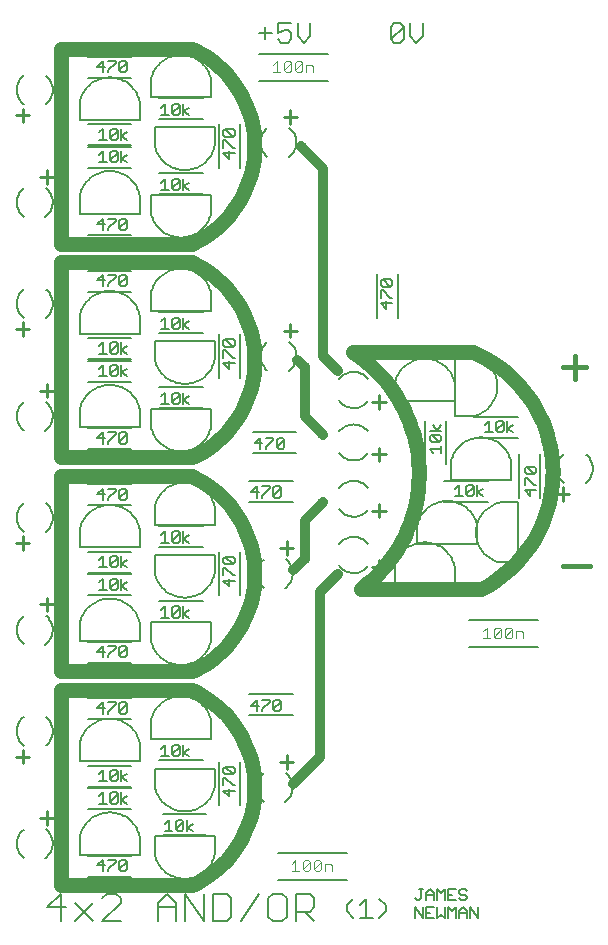
<source format=gto>
G04 Output by ViewMate Deluxe V11.0.9  PentaLogix LLC*
G04 Wed Mar 12 07:51:28 2014*
%FSLAX33Y33*%
%MOMM*%
%IPPOS*%
%ADD14C,0.8128*%
%ADD15C,0.4064*%
%ADD16C,0.127*%
%ADD17C,0.254*%
%ADD18C,0.1016*%
%ADD19C,0.127*%
%ADD107C,1.27*%
%ADD108C,0.1524*%
%ADD109C,0.2032*%

%LPD*%
X0Y0D2*D16*G1X22162Y55651D2*X17082Y55651D1*D14*X31369Y54381D2*X32639Y53111D1*X29464Y72161D2*X31369Y70256D1*X31369Y54381*X29146Y54064D2*X29782Y53429D1*X29782Y49301*X31369Y47714*X29782Y37236D2*X28829Y36284D1*X31369Y41999D2*X29782Y40411D1*X29782Y37236*X32639Y35966D2*X31052Y34379D1*X31052Y20409*X28829Y18186*D15*X51689Y36601D2*X53912Y36601D1*X52642Y54381D2*X52642Y52476D1*X51689Y53429D2*X53594Y53429D1*D16*X21844Y66510D2*X21808Y66355D1*X21763Y66205*X21709Y66055*X21646Y65910*X21575Y65771*X21493Y65634*X21405Y65502*X21308Y65377*X21206Y65258*X21095Y65146*X20978Y65039*X20853Y64940*X20724Y64851*X20589Y64767*X20450Y64694*X20305Y64628*X20157Y64572*X20008Y64524*X19853Y64486*X19698Y64458*X19540Y64437*X19383Y64427*X19225Y64427*X19068Y64437*X18910Y64458*X18755Y64486*X18600Y64524*X18451Y64572*X18303Y64628*X18158Y64694*X18019Y64767*X17884Y64851*X17755Y64940*X17630Y65039*X17513Y65146*X17402Y65258*X17300Y65377*X17203Y65502*X17115Y65634*X17033Y65771*X16962Y65910*X16899Y66055*X16845Y66205*X16800Y66355*X16764Y66510*X15812Y75908D2*X15776Y76063D1*X15730Y76213*X15677Y76363*X15613Y76507*X15542Y76647*X15461Y76784*X15372Y76916*X15276Y77041*X15174Y77160*X15062Y77272*X14945Y77379*X14821Y77478*X14691Y77567*X14557Y77650*X14417Y77724*X14272Y77790*X14125Y77846*X13975Y77894*X13820Y77932*X13665Y77960*X13508Y77981*X13350Y77991*X13193Y77991*X13035Y77981*X12878Y77960*X12723Y77932*X12568Y77894*X12418Y77846*X12271Y77790*X12126Y77724*X11986Y77650*X11852Y77567*X11722Y77478*X11598Y77379*X11481Y77272*X11369Y77160*X11267Y77041*X11171Y76916*X11082Y76784*X11001Y76647*X10930Y76507*X10866Y76363*X10813Y76213*X10767Y76063*X10732Y75908*X10732Y74384*X15812Y74384*X16764Y77813D2*X16800Y77968D1*X16845Y78118*X16899Y78268*X16962Y78412*X17033Y78552*X17115Y78689*X17203Y78821*X17300Y78946*X17402Y79065*X17513Y79177*X17630Y79284*X17755Y79383*X17884Y79472*X18019Y79555*X18158Y79629*X18303Y79695*X18451Y79751*X18600Y79799*X18755Y79837*X18910Y79865*X19068Y79886*X19225Y79896*X19383Y79896*X19540Y79886*X19698Y79865*X19853Y79837*X20008Y79799*X20157Y79751*X20305Y79695*X20450Y79629*X20589Y79555*X20724Y79472*X20853Y79383*X20978Y79284*X21095Y79177*X21206Y79065*X21308Y78946*X21405Y78821*X21493Y78689*X21575Y78552*X21646Y78412*X21709Y78268*X21763Y78118*X21808Y77968*X21844Y77813*X21844Y76289*X16764Y76289*X16764Y77813*X15812Y74384D2*X15812Y75908D1*X17082Y72225D2*X17117Y72070D1*X17163Y71920*X17216Y71770*X17280Y71625*X17351Y71486*X17432Y71349*X17521Y71217*X17617Y71092*X17719Y70973*X17831Y70861*X17948Y70754*X18072Y70655*X18202Y70566*X18336Y70482*X18476Y70409*X18621Y70343*X18768Y70287*X18918Y70239*X19073Y70201*X19228Y70173*X19385Y70152*X19543Y70142*X19700Y70142*X19858Y70152*X20015Y70173*X20170Y70201*X20325Y70239*X20475Y70287*X20622Y70343*X20767Y70409*X20907Y70482*X21041Y70566*X21171Y70655*X21295Y70754*X21412Y70861*X21524Y70973*X21626Y71092*X21722Y71217*X21811Y71349*X21892Y71486*X21963Y71625*X22027Y71770*X22080Y71920*X22126Y72070*X22162Y72225*X22162Y73749*X17082Y73749*X17082Y72225*X15812Y67970D2*X15776Y68125D1*X15730Y68275*X15677Y68425*X15613Y68570*X15542Y68710*X15461Y68847*X15372Y68979*X15276Y69103*X15174Y69223*X15062Y69334*X14945Y69441*X14821Y69540*X14691Y69629*X14557Y69713*X14417Y69786*X14272Y69853*X14125Y69908*X13975Y69957*X13820Y69995*X13665Y70023*X13508Y70043*X13350Y70053*X13193Y70053*X13035Y70043*X12878Y70023*X12723Y69995*X12568Y69957*X12418Y69908*X12271Y69853*X12126Y69786*X11986Y69713*X11852Y69629*X11722Y69540*X11598Y69441*X11481Y69334*X11369Y69223*X11267Y69103*X11171Y68979*X11082Y68847*X11001Y68710*X10930Y68570*X10866Y68425*X10813Y68275*X10767Y68125*X10732Y67970*X10732Y66446*X15812Y66446*X15812Y67970*X16764Y66510D2*X16764Y68034D1*X21844Y68034*X21844Y66510*X22162Y41618D2*X22126Y41773D1*X22080Y41923*X22027Y42073*X21963Y42217*X21892Y42357*X21811Y42494*X21722Y42626*X21626Y42751*X21524Y42870*X21412Y42982*X21295Y43089*X21171Y43188*X21041Y43277*X20907Y43360*X20767Y43434*X20622Y43500*X20475Y43556*X20325Y43604*X20170Y43642*X20015Y43670*X19858Y43691*X19700Y43701*X19543Y43701*X19385Y43691*X19228Y43670*X19073Y43642*X18918Y43604*X18768Y43556*X18621Y43500*X18476Y43434*X18336Y43360*X18202Y43277*X18072Y43188*X17948Y43089*X17831Y42982*X17719Y42870*X17617Y42751*X17521Y42626*X17432Y42494*X17351Y42357*X17280Y42217*X17216Y42073*X17163Y41923*X17117Y41773*X17082Y41618*X15812Y13678D2*X15776Y13833D1*X15730Y13983*X15677Y14133*X15613Y14277*X15542Y14417*X15461Y14554*X15372Y14686*X15276Y14811*X15174Y14930*X15062Y15042*X14945Y15149*X14821Y15248*X14691Y15337*X14557Y15420*X14417Y15494*X14272Y15560*X14125Y15616*X13975Y15664*X13820Y15702*X13665Y15730*X13508Y15751*X13350Y15761*X13193Y15761*X13035Y15751*X12878Y15730*X12723Y15702*X12568Y15664*X12418Y15616*X12271Y15560*X12126Y15494*X11986Y15420*X11852Y15337*X11722Y15248*X11598Y15149*X11481Y15042*X11369Y14930*X11267Y14811*X11171Y14686*X11082Y14554*X11001Y14417*X10930Y14277*X10866Y14133*X10813Y13983*X10767Y13833*X10732Y13678*X10732Y12154*X15812Y12154*X17082Y12217D2*X17117Y12062D1*X17163Y11913*X17216Y11763*X17280Y11618*X17351Y11478*X17432Y11341*X17521Y11209*X17617Y11085*X17719Y10965*X17831Y10853*X17948Y10747*X18072Y10648*X18202Y10559*X18336Y10475*X18476Y10401*X18621Y10335*X18768Y10279*X18918Y10231*X19073Y10193*X19228Y10165*X19385Y10145*X19543Y10135*X19700Y10135*X19858Y10145*X20015Y10165*X20170Y10193*X20325Y10231*X20475Y10279*X20622Y10335*X20767Y10401*X20907Y10475*X21041Y10559*X21171Y10648*X21295Y10747*X21412Y10853*X21524Y10965*X21626Y11085*X21722Y11209*X21811Y11341*X21892Y11478*X21963Y11618*X22027Y11763*X22080Y11913*X22126Y12062*X22162Y12217*X22162Y13741*X17082Y13741*X15812Y12154D2*X15812Y13678D1*X17082Y13741D2*X17082Y12217D1*X17082Y17932D2*X17117Y17777D1*X17163Y17628*X17216Y17478*X17280Y17333*X17351Y17193*X17432Y17056*X17521Y16924*X17617Y16800*X17719Y16680*X17831Y16568*X17948Y16462*X18072Y16363*X18202Y16274*X18336Y16190*X18476Y16116*X18621Y16050*X18768Y15994*X18918Y15946*X19073Y15908*X19228Y15880*X19385Y15860*X19543Y15850*X19700Y15850*X19858Y15860*X20015Y15880*X20170Y15908*X20325Y15946*X20475Y15994*X20622Y16050*X20767Y16116*X20907Y16190*X21041Y16274*X21171Y16363*X21295Y16462*X21412Y16568*X21524Y16680*X21626Y16800*X21722Y16924*X21811Y17056*X21892Y17193*X21963Y17333*X22027Y17478*X22080Y17628*X22126Y17777*X22162Y17932*X22162Y19456*X17082Y19456*X17082Y17932*X15812Y21615D2*X15776Y21770D1*X15730Y21920*X15677Y22070*X15613Y22215*X15542Y22355*X15461Y22492*X15372Y22624*X15276Y22748*X15174Y22868*X15062Y22979*X14945Y23086*X14821Y23185*X14691Y23274*X14557Y23358*X14417Y23432*X14272Y23498*X14125Y23553*X13975Y23602*X13820Y23640*X13665Y23668*X13508Y23688*X13350Y23698*X13193Y23698*X13035Y23688*X12878Y23668*X12723Y23640*X12568Y23602*X12418Y23553*X12271Y23498*X12126Y23432*X11986Y23358*X11852Y23274*X11722Y23185*X11598Y23086*X11481Y22979*X11369Y22868*X11267Y22748*X11171Y22624*X11082Y22492*X11001Y22355*X10930Y22215*X10866Y22070*X10813Y21920*X10767Y21770*X10732Y21615*X10732Y20091*X15812Y20091*X15812Y21615*X16764Y23520D2*X16800Y23675D1*X16845Y23825*X16899Y23975*X16962Y24120*X17033Y24260*X17115Y24397*X17203Y24529*X17300Y24653*X17402Y24773*X17513Y24884*X17630Y24991*X17755Y25090*X17884Y25179*X18019Y25263*X18158Y25336*X18303Y25403*X18451Y25458*X18600Y25507*X18755Y25545*X18910Y25573*X19068Y25593*X19225Y25603*X19383Y25603*X19540Y25593*X19698Y25573*X19853Y25545*X20008Y25507*X20157Y25458*X20305Y25403*X20450Y25336*X20589Y25263*X20724Y25179*X20853Y25090*X20978Y24991*X21095Y24884*X21206Y24773*X21308Y24653*X21405Y24529*X21493Y24397*X21575Y24260*X21646Y24120*X21709Y23975*X21763Y23825*X21808Y23675*X21844Y23520*X21844Y21996*X16764Y21996*X16764Y23520*X15812Y31775D2*X15776Y31930D1*X15730Y32080*X15677Y32230*X15613Y32375*X15542Y32515*X15461Y32652*X15372Y32784*X15276Y32908*X15174Y33028*X15062Y33139*X14945Y33246*X14821Y33345*X14691Y33434*X14557Y33518*X14417Y33592*X14272Y33658*X14125Y33713*X13975Y33762*X13820Y33800*X13665Y33828*X13508Y33848*X13350Y33858*X13193Y33858*X13035Y33848*X12878Y33828*X12723Y33800*X12568Y33762*X12418Y33713*X12271Y33658*X12126Y33592*X11986Y33518*X11852Y33434*X11722Y33345*X11598Y33246*X11481Y33139*X11369Y33028*X11267Y32908*X11171Y32784*X11082Y32652*X11001Y32515*X10930Y32375*X10866Y32230*X10813Y32080*X10767Y31930*X10732Y31775*X10732Y30251*X15812Y30251*X16764Y30315D2*X16800Y30160D1*X16845Y30010*X16899Y29860*X16962Y29715*X17033Y29576*X17115Y29439*X17203Y29307*X17300Y29182*X17402Y29063*X17513Y28951*X17630Y28844*X17755Y28745*X17884Y28656*X18019Y28572*X18158Y28499*X18303Y28433*X18451Y28377*X18600Y28329*X18755Y28291*X18910Y28263*X19068Y28242*X19225Y28232*X19383Y28232*X19540Y28242*X19698Y28263*X19853Y28291*X20008Y28329*X20157Y28377*X20305Y28433*X20450Y28499*X20589Y28572*X20724Y28656*X20853Y28745*X20978Y28844*X21095Y28951*X21206Y29063*X21308Y29182*X21405Y29307*X21493Y29439*X21575Y29576*X21646Y29715*X21709Y29860*X21763Y30010*X21808Y30160*X21844Y30315*X21844Y31839*X16764Y31839*X15812Y30251D2*X15812Y31775D1*X16764Y31839D2*X16764Y30315D1*X17082Y36030D2*X17117Y35875D1*X17163Y35725*X17216Y35575*X17280Y35430*X17351Y35291*X17432Y35154*X17521Y35022*X17617Y34897*X17719Y34778*X17831Y34666*X17948Y34559*X18072Y34460*X18202Y34371*X18336Y34287*X18476Y34214*X18621Y34148*X18768Y34092*X18918Y34044*X19073Y34006*X19228Y33978*X19385Y33957*X19543Y33947*X19700Y33947*X19858Y33957*X20015Y33978*X20170Y34006*X20325Y34044*X20475Y34092*X20622Y34148*X20767Y34214*X20907Y34287*X21041Y34371*X21171Y34460*X21295Y34559*X21412Y34666*X21524Y34778*X21626Y34897*X21722Y35022*X21811Y35154*X21892Y35291*X21963Y35430*X22027Y35575*X22080Y35725*X22126Y35875*X22162Y36030*X22162Y37554*X17082Y37554*X17082Y36030*X15812Y39713D2*X15776Y39868D1*X15730Y40018*X15677Y40168*X15613Y40312*X15542Y40452*X15461Y40589*X15372Y40721*X15276Y40846*X15174Y40965*X15062Y41077*X14945Y41184*X14821Y41283*X14691Y41372*X14557Y41455*X14417Y41529*X14272Y41595*X14125Y41651*X13975Y41699*X13820Y41737*X13665Y41765*X13508Y41786*X13350Y41796*X13193Y41796*X13035Y41786*X12878Y41765*X12723Y41737*X12568Y41699*X12418Y41651*X12271Y41595*X12126Y41529*X11986Y41455*X11852Y41372*X11722Y41283*X11598Y41184*X11481Y41077*X11369Y40965*X11267Y40846*X11171Y40721*X11082Y40589*X11001Y40452*X10930Y40312*X10866Y40168*X10813Y40018*X10767Y39868*X10732Y39713*X10732Y38189*X15812Y38189*X15812Y39713*X17082Y41618D2*X17082Y40094D1*X22162Y40094*X22162Y41618*X21844Y48412D2*X21808Y48257D1*X21763Y48108*X21709Y47958*X21646Y47813*X21575Y47673*X21493Y47536*X21405Y47404*X21308Y47280*X21206Y47160*X21095Y47048*X20978Y46942*X20853Y46843*X20724Y46754*X20589Y46670*X20450Y46596*X20305Y46530*X20157Y46474*X20008Y46426*X19853Y46388*X19698Y46360*X19540Y46340*X19383Y46330*X19225Y46330*X19068Y46340*X18910Y46360*X18755Y46388*X18600Y46426*X18451Y46474*X18303Y46530*X18158Y46596*X18019Y46670*X17884Y46754*X17755Y46843*X17630Y46942*X17513Y47048*X17402Y47160*X17300Y47280*X17203Y47404*X17115Y47536*X17033Y47673*X16962Y47813*X16899Y47958*X16845Y48108*X16800Y48257*X16764Y48412*X15812Y49873D2*X15776Y50028D1*X15730Y50178*X15677Y50328*X15613Y50472*X15542Y50612*X15461Y50749*X15372Y50881*X15276Y51006*X15174Y51125*X15062Y51237*X14945Y51344*X14821Y51443*X14691Y51532*X14557Y51615*X14417Y51689*X14272Y51755*X14125Y51811*X13975Y51859*X13820Y51897*X13665Y51925*X13508Y51946*X13350Y51956*X13193Y51956*X13035Y51946*X12878Y51925*X12723Y51897*X12568Y51859*X12418Y51811*X12271Y51755*X12126Y51689*X11986Y51615*X11852Y51532*X11722Y51443*X11598Y51344*X11481Y51237*X11369Y51125*X11267Y51006*X11171Y50881*X11082Y50749*X11001Y50612*X10930Y50472*X10866Y50328*X10813Y50178*X10767Y50028*X10732Y49873*X10732Y48349*X15812Y48349*X15812Y49873*X16764Y48412D2*X16764Y49936D1*X21844Y49936*X21844Y48412*X22162Y54127D2*X22126Y53972D1*X22080Y53823*X22027Y53673*X21963Y53528*X21892Y53388*X21811Y53251*X21722Y53119*X21626Y52995*X21524Y52875*X21412Y52763*X21295Y52657*X21171Y52558*X21041Y52469*X20907Y52385*X20767Y52311*X20622Y52245*X20475Y52189*X20325Y52141*X20170Y52103*X20015Y52075*X19858Y52055*X19700Y52045*X19543Y52045*X19385Y52055*X19228Y52075*X19073Y52103*X18918Y52141*X18768Y52189*X18621Y52245*X18476Y52311*X18336Y52385*X18202Y52469*X18072Y52558*X17948Y52657*X17831Y52763*X17719Y52875*X17617Y52995*X17521Y53119*X17432Y53251*X17351Y53388*X17280Y53528*X17216Y53673*X17163Y53823*X17117Y53972*X17082Y54127*X15812Y57810D2*X15776Y57965D1*X15730Y58115*X15677Y58265*X15613Y58410*X15542Y58550*X15461Y58687*X15372Y58819*X15276Y58943*X15174Y59063*X15062Y59174*X14945Y59281*X14821Y59380*X14691Y59469*X14557Y59553*X14417Y59626*X14272Y59693*X14125Y59748*X13975Y59797*X13820Y59835*X13665Y59863*X13508Y59883*X13350Y59893*X13193Y59893*X13035Y59883*X12878Y59863*X12723Y59835*X12568Y59797*X12418Y59748*X12271Y59693*X12126Y59626*X11986Y59553*X11852Y59469*X11722Y59380*X11598Y59281*X11481Y59174*X11369Y59063*X11267Y58943*X11171Y58819*X11082Y58687*X11001Y58550*X10930Y58410*X10866Y58265*X10813Y58115*X10767Y57965*X10732Y57810*X10732Y56286*X15812Y56286*X16764Y59715D2*X16800Y59870D1*X16845Y60020*X16899Y60170*X16962Y60315*X17033Y60455*X17115Y60592*X17203Y60724*X17300Y60848*X17402Y60968*X17513Y61079*X17630Y61186*X17755Y61285*X17884Y61374*X18019Y61458*X18158Y61532*X18303Y61598*X18451Y61653*X18600Y61702*X18755Y61740*X18910Y61768*X19068Y61788*X19225Y61798*X19383Y61798*X19540Y61788*X19698Y61768*X19853Y61740*X20008Y61702*X20157Y61653*X20305Y61598*X20450Y61532*X20589Y61458*X20724Y61374*X20853Y61285*X20978Y61186*X21095Y61079*X21206Y60968*X21308Y60848*X21405Y60724*X21493Y60592*X21575Y60455*X21646Y60315*X21709Y60170*X21763Y60020*X21808Y59870*X21844Y59715*X21844Y58191*X16764Y58191*X16764Y59715*X15812Y56286D2*X15812Y57810D1*X17082Y55651D2*X17082Y54127D1*X22162Y54127D2*X22162Y55651D1*X42482Y52095D2*X42446Y52250D1*X42400Y52400*X42347Y52550*X42283Y52695*X42212Y52835*X42131Y52972*X42042Y53104*X41946Y53228*X41844Y53348*X41732Y53459*X41615Y53566*X41491Y53665*X41361Y53754*X41227Y53838*X41087Y53912*X40942Y53978*X40795Y54033*X40645Y54082*X40490Y54120*X40335Y54148*X40178Y54168*X40020Y54178*X39863Y54178*X39705Y54168*X39548Y54148*X39393Y54120*X39238Y54082*X39088Y54033*X38941Y53978*X38796Y53912*X38656Y53838*X38522Y53754*X38392Y53665*X38268Y53566*X38151Y53459*X38039Y53348*X37937Y53228*X37841Y53104*X37752Y52972*X37671Y52835*X37600Y52695*X37536Y52550*X37483Y52400*X37437Y52250*X37402Y52095*X37402Y50571*X42482Y50571*X42482Y52095*X44006Y49301D2*X44160Y49337D1*X44310Y49383*X44460Y49436*X44605Y49500*X44745Y49571*X44882Y49652*X45014Y49741*X45138Y49837*X45258Y49939*X45369Y50051*X45476Y50168*X45575Y50292*X45664Y50422*X45748Y50556*X45822Y50696*X45888Y50841*X45944Y50988*X45992Y51138*X46030Y51293*X46058Y51448*X46078Y51605*X46088Y51763*X46088Y51920*X46078Y52078*X46058Y52235*X46030Y52390*X45992Y52545*X45944Y52695*X45888Y52842*X45822Y52987*X45748Y53127*X45664Y53261*X45575Y53391*X45476Y53515*X45369Y53632*X45258Y53744*X45138Y53845*X45014Y53942*X44882Y54031*X44745Y54112*X44605Y54183*X44460Y54247*X44310Y54300*X44160Y54346*X44006Y54381*X42482Y54381*X42482Y49301*X44006Y49301*X42164Y45428D2*X42200Y45583D1*X42245Y45733*X42299Y45883*X42362Y46027*X42433Y46167*X42515Y46304*X42603Y46436*X42700Y46561*X42802Y46680*X42913Y46792*X43030Y46899*X43155Y46998*X43284Y47087*X43419Y47170*X43558Y47244*X43703Y47310*X43851Y47366*X44000Y47414*X44155Y47452*X44310Y47480*X44468Y47501*X44625Y47511*X44783Y47511*X44940Y47501*X45098Y47480*X45253Y47452*X45408Y47414*X45557Y47366*X45705Y47310*X45850Y47244*X45989Y47170*X46124Y47087*X46253Y46998*X46378Y46899*X46495Y46792*X46606Y46680*X46708Y46561*X46805Y46436*X46893Y46304*X46975Y46167*X47046Y46027*X47109Y45883*X47163Y45733*X47208Y45583*X47244Y45428*X47244Y43904*X42164Y43904*X42164Y45428*X42482Y36538D2*X42446Y36693D1*X42400Y36843*X42347Y36993*X42283Y37137*X42212Y37277*X42131Y37414*X42042Y37546*X41946Y37671*X41844Y37790*X41732Y37902*X41615Y38009*X41491Y38108*X41361Y38197*X41227Y38280*X41087Y38354*X40942Y38420*X40795Y38476*X40645Y38524*X40490Y38562*X40335Y38590*X40178Y38611*X40020Y38621*X39863Y38621*X39705Y38611*X39548Y38590*X39393Y38562*X39238Y38524*X39088Y38476*X38941Y38420*X38796Y38354*X38656Y38280*X38522Y38197*X38392Y38108*X38268Y38009*X38151Y37902*X38039Y37790*X37937Y37671*X37841Y37546*X37752Y37414*X37671Y37277*X37600Y37137*X37536Y36993*X37483Y36843*X37437Y36693*X37402Y36538*X39306Y40030D2*X39342Y40185D1*X39388Y40335*X39441Y40485*X39505Y40630*X39576Y40770*X39657Y40907*X39746Y41039*X39842Y41163*X39944Y41283*X40056Y41394*X40173Y41501*X40297Y41600*X40427Y41689*X40561Y41773*X40701Y41846*X40846Y41913*X40993Y41968*X41143Y42017*X41298Y42055*X41453Y42083*X41610Y42103*X41768Y42113*X41925Y42113*X42083Y42103*X42240Y42083*X42395Y42055*X42550Y42017*X42700Y41968*X42847Y41913*X42992Y41846*X43132Y41773*X43266Y41689*X43396Y41600*X43520Y41501*X43637Y41394*X43749Y41283*X43851Y41163*X43947Y41039*X44036Y40907*X44117Y40770*X44188Y40630*X44252Y40485*X44305Y40335*X44351Y40185*X44386Y40030*X42482Y36538D2*X42482Y35014D1*X37402Y35014*X37402Y36538*X39306Y40030D2*X39306Y38506D1*X44386Y38506*X44386Y40030*X47879Y36919D2*X47879Y41999D1*X46355Y41999*X46200Y41963*X46050Y41918*X45900Y41864*X45756Y41801*X45616Y41730*X45479Y41648*X45347Y41559*X45222Y41463*X45103Y41361*X44991Y41250*X44884Y41133*X44785Y41008*X44696Y40879*X44613Y40744*X44539Y40604*X44473Y40460*X44417Y40312*X44369Y40162*X44331Y40008*X44303Y39853*X44282Y39695*X44272Y39538*X44272Y39380*X44282Y39223*X44303Y39065*X44331Y38910*X44369Y38755*X44417Y38605*X44473Y38458*X44539Y38313*X44613Y38174*X44696Y38039*X44785Y37910*X44884Y37785*X44991Y37668*X45103Y37556*X45222Y37455*X45347Y37358*X45479Y37269*X45616Y37188*X45756Y37117*X45900Y37054*X46050Y37000*X46200Y36954*X46355Y36919*X47879Y36919*D17*X51626Y43269D2*X51626Y42126D1*X51054Y42697D2*X52197Y42697D1*X6477Y74765D2*X5334Y74765D1*X5906Y74193D2*X5906Y75336D1*X7366Y69558D2*X8509Y69558D1*X7938Y68986D2*X7938Y70129D1*X6477Y56667D2*X5334Y56667D1*X5906Y56096D2*X5906Y57239D1*X7366Y51460D2*X8509Y51460D1*X7938Y50889D2*X7938Y52032D1*X6477Y38570D2*X5334Y38570D1*X5906Y37998D2*X5906Y39141D1*X7366Y33363D2*X8509Y33363D1*X7938Y32791D2*X7938Y33934D1*X6477Y20472D2*X5334Y20472D1*X5906Y19901D2*X5906Y21044D1*X7938Y14694D2*X7938Y15837D1*X8509Y15265D2*X7366Y15265D1*X27686Y20028D2*X28829Y20028D1*X28258Y20599D2*X28258Y19456D1*X28258Y37554D2*X28258Y38697D1*X28829Y38125D2*X27686Y38125D1*X35496Y36538D2*X36640Y36538D1*X36068Y37109D2*X36068Y35966D1*X35496Y41300D2*X36640Y41300D1*X36068Y41872D2*X36068Y40729D1*X35496Y46063D2*X36640Y46063D1*X36068Y46634D2*X36068Y45491D1*X36068Y51079D2*X36068Y49936D1*X35496Y50508D2*X36640Y50508D1*X28004Y56540D2*X29146Y56540D1*X28575Y57112D2*X28575Y55969D1*X28575Y74066D2*X28575Y75209D1*X28004Y74638D2*X29146Y74638D1*D18*X27102Y79045D2*X27407Y79352D1*X27407Y78435*X27711Y78435D2*X27102Y78435D1*X28974Y79197D2*X28974Y78588D1*X29908Y78435D2*X29908Y79045D1*X30518Y78435D2*X30518Y78892D1*X30366Y79045*X29908Y79045*X29583Y79197D2*X29583Y78588D1*X29431Y78435*X29126Y78435*X28974Y78588*X29583Y79197*X29431Y79352*X29126Y79352*X28974Y79197*X28649Y79197D2*X28494Y79352D1*X28189Y79352*X28037Y79197*X28037Y78588*X28494Y78435D2*X28649Y78588D1*X28649Y79197*X28037Y78588*X28189Y78435*X28494Y78435*X28689Y11417D2*X28994Y11725D1*X28994Y10808*X29299Y10808D2*X28689Y10808D1*X29624Y10960D2*X29624Y11570D1*X29776Y11725*X30081Y11725*X30236Y11570*X30236Y10960D2*X30236Y11570D1*X29624Y10960*X29776Y10808*X30081Y10808*X30236Y10960*X30561Y10960D2*X30561Y11570D1*X30714Y11725*X31018Y11725*X31171Y11570*X31171Y10960*X31018Y10808*X30714Y10808*X30561Y10960*X31171Y11570*X31953Y11417D2*X31496Y11417D1*X31496Y10808*X32106Y10808D2*X32106Y11265D1*X31953Y11417*X44882Y31102D2*X45187Y31410D1*X45187Y30493*X45491Y30493D2*X44882Y30493D1*X45817Y30645D2*X45817Y31255D1*X45969Y31410*X46274Y31410*X46429Y31255*X46429Y30645D2*X46429Y31255D1*X45817Y30645*X45969Y30493*X46274Y30493*X46429Y30645*X48298Y30493D2*X48298Y30950D1*X48146Y31102*X47363Y31255D2*X47211Y31410D1*X46906Y31410*X46754Y31255*X46754Y30645*X47363Y30645D2*X47363Y31255D1*X46754Y30645*X46906Y30493*X47211Y30493*X47363Y30645*X47688Y30493D2*X47688Y31102D1*X48146Y31102*D19*X44407Y43487D2*X44407Y42545D1*X39129Y6794D2*X39129Y7737D1*X42870Y6794D2*X42870Y7422D1*X43185Y7737*X43498Y7264D2*X42870Y7264D1*X44435Y7737D2*X44435Y6794D1*X43807Y7737*X43807Y6794*X43498Y6794D2*X43498Y7422D1*X43185Y7737*X41935Y8788D2*X42248Y8788D1*X41001Y7737D2*X41001Y6794D1*X40063Y7264D2*X40378Y7264D1*X40691Y7737D2*X40063Y7737D1*X40063Y8788D2*X40691Y8788D1*X40063Y8318D2*X40063Y8946D1*X40378Y9261*X40691Y8946*X40691Y8318*X41001Y8318D2*X41001Y9261D1*X41313Y8946*X41628Y9261*X41628Y8318*X41935Y8318D2*X41935Y9261D1*X42563Y9261*X43498Y9103D2*X43343Y9261D1*X43028Y9261*X42870Y9103*X42870Y8946*X43028Y8788*X43343Y8788*X43498Y8633*X43498Y8476*X43343Y8318*X43028Y8318*X42870Y8476*X41935Y8318D2*X42563Y8318D1*X41935Y7737D2*X42248Y7422D1*X42563Y7737*X42563Y6794*X41935Y7737D2*X41935Y6794D1*X41628Y7737D2*X41628Y6794D1*X41313Y7109*X41001Y6794*X40691Y6794D2*X40063Y6794D1*X40063Y7737*X39756Y7737D2*X39756Y6794D1*X39129Y7737*X39129Y8476D2*X39286Y8318D1*X39444Y8318*X39599Y8476*X39599Y9261*X39444Y9261D2*X39756Y9261D1*X26810Y25105D2*X26810Y25263D1*X26182Y25263*X25875Y24790D2*X25248Y24790D1*X25718Y25263*X25718Y24320*X26182Y24320D2*X26182Y24478D1*X26810Y25105*X27120Y24478D2*X27120Y25105D1*X27275Y25263*X27589Y25263*X27747Y25105*X27747Y24478*X27589Y24320*X27275Y24320*X27120Y24478*X27747Y25105*X48580Y44107D2*X48425Y44107D1*X48425Y43482*X48895Y43172D2*X48895Y42545D1*X48425Y43015*X49365Y43015*X49365Y43482D2*X49207Y43482D1*X48580Y44107*X49207Y44417D2*X49365Y44574D1*X49365Y44887*X49207Y45044*X48580Y45044*X49207Y44417*X48580Y44417*X48425Y44574*X48425Y44887*X48580Y45044*X46012Y48100D2*X46012Y48727D1*X47417Y47942D2*X46947Y48257D1*X47417Y48570*X46947Y48885D2*X46947Y47942D1*X46639Y48727D2*X46639Y48100D1*X46482Y47942*X46167Y47942*X46012Y48100*X46639Y48727*X46482Y48885*X46167Y48885*X46012Y48727*X45075Y48570D2*X45390Y48885D1*X45390Y47942*X45075Y47942D2*X45702Y47942D1*X44877Y42545D2*X44407Y42860D1*X44877Y43172*X44099Y43330D2*X43942Y43487D1*X43627Y43487*X43472Y43330*X43472Y42702*X43627Y42545*X43942Y42545*X44099Y42702*X44099Y43330*X43472Y42702*X43162Y42545D2*X42535Y42545D1*X42850Y42545D2*X42850Y43487D1*X42535Y43172*X40673Y46182D2*X40361Y46495D1*X41300Y46495*X41300Y46810D2*X41300Y46182D1*X41143Y47117D2*X40516Y47117D1*X40361Y47274*X40361Y47587*X40516Y47744*X41143Y47744*X41300Y47587*X41300Y47274*X41143Y47117*X40516Y47744*X41300Y48052D2*X40361Y48052D1*X41300Y48522D2*X40988Y48052D1*X40673Y48522*X36388Y60907D2*X37015Y60907D1*X37173Y60749*X37173Y60437*X37015Y60279*X36388Y60907*X36233Y60749*X36233Y60437*X36388Y60279*X37015Y60279*X36703Y59035D2*X36703Y58407D1*X36233Y59345D2*X36233Y59969D1*X36388Y59969*X37015Y59345*X37173Y59345*X37173Y58877D2*X36233Y58877D1*X36703Y58407*X26810Y43203D2*X26810Y43360D1*X26182Y43360*X25875Y42888D2*X25248Y42888D1*X25718Y43360*X25718Y42418*X26182Y42418D2*X26182Y42575D1*X26810Y43203*X27120Y42575D2*X27120Y43203D1*X27275Y43360*X27589Y43360*X27747Y43203D2*X27747Y42575D1*X27589Y42418*X27275Y42418*X27120Y42575*X27747Y43203*X27589Y43360*X28064Y47330D2*X27907Y47488D1*X27592Y47488*X27437Y47330*X27437Y46703*X27592Y46546*X27907Y46546*X28064Y46703*X28064Y47330*X27437Y46703*X26035Y47488D2*X26035Y46546D1*X26500Y47488D2*X27127Y47488D1*X27127Y47330*X26500Y46703*X26500Y46546*X26192Y47015D2*X25565Y47015D1*X26035Y47488*X13780Y79207D2*X13780Y79365D1*X13152Y79365*X12845Y78892D2*X12217Y78892D1*X12687Y79365*X12687Y78422*X13152Y78422D2*X13152Y78580D1*X13780Y79207*X14717Y79207D2*X14559Y79365D1*X14244Y79365*X14089Y79207*X14089Y78580*X14559Y78422D2*X14717Y78580D1*X14717Y79207*X14089Y78580*X14244Y78422*X14559Y78422*X17628Y75430D2*X17940Y75745D1*X17940Y74803*X18255Y74803D2*X17628Y74803D1*X19190Y75588D2*X19032Y75745D1*X18720Y75745*X18562Y75588*X18562Y74960*X19190Y74960D2*X19190Y75588D1*X18562Y74960*X18720Y74803*X19032Y74803*X19190Y74960*X19500Y75745D2*X19500Y74803D1*X19969Y75430D2*X19500Y75118D1*X19969Y74803*X23053Y73607D2*X22898Y73449D1*X22898Y73137*X23053Y72979*X23680Y72979*X23838Y73137*X23838Y73449*X23680Y73607*X23053Y73607*X23680Y72979*X23838Y72045D2*X23680Y72045D1*X22898Y71577D2*X23838Y71577D1*X22898Y72045D2*X22898Y72669D1*X23053Y72669*X23680Y72045*X23368Y71735D2*X23368Y71107D1*X22898Y71577*X19969Y68453D2*X19500Y68768D1*X19969Y69080*X19500Y69395D2*X19500Y68453D1*X19190Y69238D2*X19032Y69395D1*X18720Y69395*X18562Y69238*X18562Y68610*X18720Y68453*X19032Y68453*X19190Y68610*X19190Y69238*X18562Y68610*X17628Y68453D2*X18255Y68453D1*X17940Y68453D2*X17940Y69395D1*X17628Y69080*X14714Y70802D2*X14244Y71117D1*X14714Y71430*X14714Y72708D2*X14244Y73022D1*X14714Y73335*X14244Y73650D2*X14244Y72708D1*X13937Y73492D2*X13780Y73650D1*X13465Y73650*X13310Y73492*X13310Y72865D2*X13465Y72708D1*X13780Y72708*X13937Y72865*X13937Y73492*X13310Y72865*X13310Y73492*X12372Y73335D2*X12687Y73650D1*X12687Y72708*X12372Y72708D2*X13000Y72708D1*X12372Y71430D2*X12687Y71745D1*X12687Y70802*X13000Y70802D2*X12372Y70802D1*X13310Y70960D2*X13310Y71587D1*X13465Y71745*X13780Y71745*X13937Y71587*X14244Y70802D2*X14244Y71745D1*X13780Y70802D2*X13937Y70960D1*X13937Y71587*X13310Y70960*X13465Y70802*X13780Y70802*X13780Y65872D2*X13780Y66030D1*X13152Y66030*X12845Y65557D2*X12217Y65557D1*X12687Y66030*X12687Y65088*X13152Y65088D2*X13152Y65245D1*X13780Y65872*X14717Y65872D2*X14559Y66030D1*X14244Y66030*X14089Y65872*X14089Y65245*X14244Y65088D2*X14559Y65088D1*X14717Y65245*X14717Y65872*X14089Y65245*X14244Y65088*X13780Y61110D2*X13780Y61267D1*X13152Y61267*X12845Y60795D2*X12217Y60795D1*X12687Y61267*X12687Y60325*X13152Y60325D2*X13152Y60482D1*X13780Y61110*X14717Y61110D2*X14559Y61267D1*X14244Y61267*X14089Y61110*X14089Y60482*X14559Y60325D2*X14717Y60482D1*X14717Y61110*X14089Y60482*X14244Y60325*X14559Y60325*X17628Y57333D2*X17940Y57648D1*X17940Y56706*X18255Y56706D2*X17628Y56706D1*X19190Y57490D2*X19032Y57648D1*X18720Y57648*X18562Y57490*X18562Y56863*X19190Y56863D2*X19190Y57490D1*X18562Y56863*X18720Y56706*X19032Y56706*X19190Y56863*X19500Y57648D2*X19500Y56706D1*X19969Y57333D2*X19500Y57020D1*X19969Y56706*X23053Y55827D2*X23680Y55827D1*X23838Y55669*X23838Y55357*X23680Y55199*X23053Y55827*X22898Y55669*X22898Y55357*X23053Y55199*X23680Y55199*X23838Y54265D2*X23680Y54265D1*X22898Y53797D2*X23838Y53797D1*X22898Y54265D2*X22898Y54889D1*X23053Y54889*X23680Y54265*X23368Y53955D2*X23368Y53327D1*X22898Y53797*X19969Y50983D2*X19500Y50670D1*X19969Y50356*X19500Y51298D2*X19500Y50356D1*X19190Y51140D2*X19032Y51298D1*X18720Y51298*X18562Y51140*X18562Y50513*X18720Y50356*X19032Y50356*X19190Y50513*X19190Y51140*X18562Y50513*X17628Y50356D2*X18255Y50356D1*X17940Y50356D2*X17940Y51298D1*X17628Y50983*X14714Y52705D2*X14244Y53020D1*X14714Y53332*X14714Y54610D2*X14244Y54925D1*X14714Y55237*X14244Y55552D2*X14244Y54610D1*X13937Y55395D2*X13780Y55552D1*X13465Y55552*X13310Y55395*X13310Y54767D2*X13465Y54610D1*X13780Y54610*X13937Y54767*X13937Y55395*X13310Y54767*X13310Y55395*X12372Y55237D2*X12687Y55552D1*X12687Y54610*X12372Y54610D2*X13000Y54610D1*X12372Y53332D2*X12687Y53647D1*X12687Y52705*X13000Y52705D2*X12372Y52705D1*X13310Y52862D2*X13310Y53490D1*X13465Y53647*X13780Y53647*X13937Y53490*X14244Y52705D2*X14244Y53647D1*X13780Y52705D2*X13937Y52862D1*X13937Y53490*X13310Y52862*X13465Y52705*X13780Y52705*X13780Y47775D2*X13780Y47932D1*X13152Y47932*X12845Y47460D2*X12217Y47460D1*X12687Y47932*X12687Y46990*X13152Y46990D2*X13152Y47147D1*X13780Y47775*X14717Y47775D2*X14559Y47932D1*X14244Y47932*X14089Y47775*X14089Y47147*X14244Y46990D2*X14559Y46990D1*X14717Y47147*X14717Y47775*X14089Y47147*X14244Y46990*X13780Y43012D2*X13780Y43170D1*X13152Y43170*X12845Y42697D2*X12217Y42697D1*X12687Y43170*X12687Y42228*X13152Y42228D2*X13152Y42385D1*X13780Y43012*X14717Y43012D2*X14559Y43170D1*X14244Y43170*X14089Y43012*X14089Y42385*X14559Y42228D2*X14717Y42385D1*X14717Y43012*X14089Y42385*X14244Y42228*X14559Y42228*X17628Y39235D2*X17940Y39550D1*X17940Y38608*X18255Y38608D2*X17628Y38608D1*X19190Y39393D2*X19032Y39550D1*X18720Y39550*X18562Y39393*X18562Y38765*X19190Y38765D2*X19190Y39393D1*X18562Y38765*X18720Y38608*X19032Y38608*X19190Y38765*X19500Y39550D2*X19500Y38608D1*X19969Y39235D2*X19500Y38923D1*X19969Y38608*X23053Y37412D2*X23680Y37412D1*X23838Y37254*X23838Y36942*X23680Y36784*X23053Y37412*X22898Y37254*X22898Y36942*X23053Y36784*X23680Y36784*X22898Y35382D2*X23838Y35382D1*X22898Y35850D2*X22898Y36474D1*X23053Y36474*X23680Y35850*X23838Y35850*X23368Y35540D2*X23368Y34912D1*X22898Y35382*X19969Y32885D2*X19500Y32573D1*X19969Y32258*X19500Y33200D2*X19500Y32258D1*X19190Y33043D2*X19032Y33200D1*X18720Y33200*X18562Y33043*X18562Y32415*X18720Y32258*X19032Y32258*X19190Y32415*X19190Y33043*X18562Y32415*X17628Y32258D2*X18255Y32258D1*X17940Y32258D2*X17940Y33200D1*X17628Y32885*X14714Y34608D2*X14244Y34922D1*X14714Y35235*X14714Y36512D2*X14244Y36827D1*X14714Y37140*X14244Y37455D2*X14244Y36512D1*X13937Y37297D2*X13780Y37455D1*X13465Y37455*X13310Y37297*X13310Y36670D2*X13465Y36512D1*X13780Y36512*X13937Y36670*X13937Y37297*X13310Y36670*X13310Y37297*X12372Y37140D2*X12687Y37455D1*X12687Y36512*X12372Y36512D2*X13000Y36512D1*X12372Y35235D2*X12687Y35550D1*X12687Y34608*X13000Y34608D2*X12372Y34608D1*X13310Y34765D2*X13310Y35392D1*X13465Y35550*X13780Y35550*X13937Y35392*X14244Y34608D2*X14244Y35550D1*X13780Y34608D2*X13937Y34765D1*X13937Y35392*X13310Y34765*X13465Y34608*X13780Y34608*X13780Y29677D2*X13780Y29835D1*X13152Y29835*X12845Y29362D2*X12217Y29362D1*X12687Y29835*X12687Y28892*X13152Y28892D2*X13152Y29050D1*X13780Y29677*X14717Y29677D2*X14559Y29835D1*X14244Y29835*X14089Y29677*X14089Y29050*X14244Y28892D2*X14559Y28892D1*X14717Y29050*X14717Y29677*X14089Y29050*X14244Y28892*X13780Y24915D2*X13780Y25072D1*X13152Y25072*X12845Y24600D2*X12217Y24600D1*X12687Y25072*X12687Y24130*X13152Y24130D2*X13152Y24287D1*X13780Y24915*X14717Y24915D2*X14559Y25072D1*X14244Y25072*X14089Y24915*X14089Y24287*X14559Y24130D2*X14717Y24287D1*X14717Y24915*X14089Y24287*X14244Y24130*X14559Y24130*X17945Y14788D2*X18258Y15103D1*X18258Y14160*X18572Y14160D2*X17945Y14160D1*X18880Y14318D2*X18880Y14945D1*X19037Y15103*X19350Y15103*X19507Y14945*X19507Y14318*X19350Y14160*X19037Y14160*X18880Y14318*X19507Y14945*X19817Y14160D2*X19817Y15103D1*X20287Y14160D2*X19817Y14475D1*X20287Y14788*X23053Y18694D2*X22898Y18694D1*X22898Y18070*X23368Y17760D2*X23368Y17132D1*X22898Y17602*X23838Y17602*X23838Y18070D2*X23680Y18070D1*X23053Y18694*X23680Y19004D2*X23053Y19004D1*X22898Y19162*X22898Y19474*X23053Y19632D2*X23680Y19632D1*X23838Y19474*X23838Y19162*X23680Y19004*X23053Y19632*X22898Y19474*X19969Y21138D2*X19500Y20825D1*X19969Y20510*X19500Y21453D2*X19500Y20510D1*X19190Y21295D2*X19032Y21453D1*X18720Y21453*X18562Y21295*X18562Y20668D2*X18720Y20510D1*X19032Y20510*X19190Y20668*X19190Y21295*X18562Y20668*X18562Y21295*X17628Y21138D2*X17940Y21453D1*X17940Y20510*X17628Y20510D2*X18255Y20510D1*X14714Y16510D2*X14244Y16825D1*X14714Y17137*X14714Y18415D2*X14244Y18730D1*X14714Y19042*X14244Y19357D2*X14244Y18415D1*X13937Y19200D2*X13780Y19357D1*X13465Y19357*X13310Y19200*X13310Y18572D2*X13465Y18415D1*X13780Y18415*X13937Y18572*X13937Y19200*X13310Y18572*X13310Y19200*X12372Y19042D2*X12687Y19357D1*X12687Y18415*X12372Y18415D2*X13000Y18415D1*X12372Y17137D2*X12687Y17452D1*X12687Y16510*X13000Y16510D2*X12372Y16510D1*X13310Y16667D2*X13310Y17295D1*X13465Y17452*X13780Y17452*X13937Y17295*X14244Y16510D2*X14244Y17452D1*X13780Y16510D2*X13937Y16667D1*X13937Y17295*X13310Y16667*X13465Y16510*X13780Y16510*X13780Y11580D2*X13780Y11737D1*X13152Y11737*X12845Y11265D2*X12217Y11265D1*X12687Y11737*X12687Y10795*X13152Y10795D2*X13152Y10952D1*X13780Y11580*X14717Y11580D2*X14559Y11737D1*X14244Y11737*X14089Y11580*X14089Y10952*X14559Y10795D2*X14717Y10952D1*X14717Y11580*X14089Y10952*X14244Y10795*X14559Y10795*D107*X44069Y54699D2*X33909Y54699D1*X44066Y54699D2*X44552Y54475D1*X45024Y54232*X45486Y53965*X45933Y53675*X46368Y53365*X46784Y53033*X47186Y52682*X47569Y52314*X47935Y51925*X48280Y51519*X48608Y51100*X48913Y50663*X49197Y50211*X49459Y49748*X49698Y49271*X49914Y48786*X50107Y48288*X50274Y47782*X50419Y47269*X50538Y46749*X50632Y46225*X50698Y45697*X50742Y45166*X50759Y44633*X50749Y44099*X50716Y43569*X50655Y43040*X50569Y42512*X50460Y41991*X50322Y41476*X50162Y40968*X49977Y40470*X49769Y39980*X49538Y39500*X49281Y39032*X49004Y38578*X48704Y38136*X48384Y37709*X48047Y37300*X47686Y36906*X47308Y36530*X46911Y36172*X46500Y35837*X46071Y35519*X45629Y35222*X45171Y34948*X44701Y34696*X44704Y34696D2*X34544Y34696D1*X35004Y35060*X35448Y35443*X35872Y35850*X36276Y36274*X36657Y36718*X37020Y37178*X37358Y37658*X37673Y38151*X37965Y38659*X38232Y39182*X38473Y39715*X38689Y40262*X38877Y40815*X39040Y41379*X39174Y41951*X39281Y42527*X39362Y43106*X39413Y43691*X39436Y44277*X39434Y44864*X39400Y45448*X39340Y46032*X39251Y46612*X39134Y47186*X38992Y47755*X38819Y48313*X38623Y48867*X38397Y49408*X38148Y49939*X37874Y50457*X37574Y50960*X37252Y51450*X36906Y51923*X36538Y52380*X36147Y52817*X35738Y53236*X35306Y53635*X34859Y54011*X34392Y54366*X33909Y54699*X9144Y63906D2*X9144Y80416D1*X20256Y80416*X20254Y80416D2*X20648Y80221D1*X21034Y80005*X21405Y79774*X21768Y79522*X22116Y79256*X22451Y78971*X22774Y78671*X23081Y78356*X23371Y78029*X23645Y77686*X23904Y77330*X24145Y76962*X24366Y76581*X24572Y76192*X24755Y75794*X24922Y75387*X25067Y74973*X25192Y74552*X25298Y74125*X25382Y73693*X25446Y73259*X25489Y72819*X25509Y72382*X25509Y71940*X25489Y71504*X25446Y71064*X25382Y70630*X25298Y70198*X25192Y69771*X25067Y69350*X24922Y68936*X24755Y68529*X24572Y68130*X24366Y67742*X24145Y67361*X23904Y66992*X23645Y66637*X23371Y66294*X23081Y65966*X22774Y65651*X22451Y65352*X22116Y65067*X21768Y64800*X21405Y64549*X21034Y64318*X20648Y64102*X20254Y63906*X9144Y63906D2*X20256Y63906D1*X9144Y45809D2*X9144Y62319D1*X20256Y62319*X20254Y62319D2*X20648Y62123D1*X21034Y61907*X21405Y61676*X21768Y61425*X22116Y61158*X22451Y60874*X22774Y60574*X23081Y60259*X23371Y59931*X23645Y59588*X23904Y59233*X24145Y58864*X24366Y58484*X24572Y58095*X24755Y57696*X24922Y57290*X25067Y56876*X25192Y56454*X25298Y56027*X25382Y55596*X25446Y55161*X25489Y54722*X25509Y54285*X25509Y53843*X25489Y53406*X25446Y52967*X25382Y52532*X25298Y52100*X25192Y51674*X25067Y51252*X24922Y50838*X24755Y50432*X24572Y50033*X24366Y49644*X24145Y49263*X23904Y48895*X23645Y48539*X23371Y48196*X23081Y47869*X22774Y47554*X22451Y47254*X22116Y46970*X21768Y46703*X21405Y46452*X21034Y46220*X20648Y46004*X20254Y45809*X9144Y45809D2*X20256Y45809D1*X9144Y27711D2*X9144Y44221D1*X20256Y44221*X20254Y44221D2*X20648Y44026D1*X21034Y43810*X21405Y43579*X21768Y43327*X22116Y43061*X22451Y42776*X22774Y42476*X23081Y42161*X23371Y41834*X23645Y41491*X23904Y41135*X24145Y40767*X24366Y40386*X24572Y39997*X24755Y39599*X24922Y39192*X25067Y38778*X25192Y38357*X25298Y37930*X25382Y37498*X25446Y37064*X25489Y36624*X25509Y36187*X25509Y35745*X25489Y35309*X25446Y34869*X25382Y34435*X25298Y34003*X25192Y33576*X25067Y33155*X24922Y32741*X24755Y32334*X24572Y31935*X24366Y31547*X24145Y31166*X23904Y30798*X23645Y30442*X23371Y30099*X23081Y29771*X22774Y29456*X22451Y29157*X22116Y28872*X21768Y28605*X21405Y28354*X21034Y28123*X20648Y27907*X20254Y27711*X9144Y27711D2*X20256Y27711D1*X9144Y9614D2*X9144Y26124D1*X20256Y26124*X20254Y26124D2*X20648Y25928D1*X21034Y25712*X21405Y25481*X21768Y25230*X22116Y24963*X22451Y24679*X22774Y24379*X23081Y24064*X23371Y23736*X23645Y23393*X23904Y23038*X24145Y22670*X24366Y22288*X24572Y21900*X24755Y21501*X24922Y21095*X25067Y20681*X25192Y20259*X25298Y19832*X25382Y19401*X25446Y18966*X25489Y18527*X25509Y18090*X25509Y17648*X25489Y17211*X25446Y16772*X25382Y16337*X25298Y15905*X25192Y15479*X25067Y15057*X24922Y14643*X24755Y14237*X24572Y13838*X24366Y13449*X24145Y13068*X23904Y12700*X23645Y12344*X23371Y12002*X23081Y11674*X22774Y11359*X22451Y11059*X22116Y10775*X21768Y10508*X21405Y10257*X21034Y10025*X20648Y9809*X20254Y9614*X9144Y9614D2*X20256Y9614D1*D108*X39781Y82565D2*X39781Y81481D1*X39240Y80937*X38697Y81481*X38697Y82565*X38146Y82293D2*X37874Y82565D1*X37333Y82565*X37061Y82293*X37061Y81209*X37333Y80937D2*X37874Y80937D1*X38146Y81209*X38146Y82293*X37061Y81209*X37333Y80937*X33909Y39078D2*X33795Y39073D1*X33678Y39060*X33566Y39040*X33454Y39009*X33345Y38969*X33238Y38923*X33137Y38867*X33040Y38806*X32949Y38738*X32860Y38661*X32781Y38578*X32705Y38489*X33909Y36030D2*X33790Y36035D1*X33668Y36050*X33551Y36073*X33434Y36106*X33322Y36147*X33210Y36200*X33106Y36258*X33007Y36325*X32913Y36401*X32824Y36485*X32743Y36573*X32669Y36667*X33909Y39078D2*X34023Y39073D1*X34140Y39060*X34252Y39040*X34364Y39009*X34473Y38969*X34580Y38923*X34681Y38867*X34778Y38806*X34869Y38738*X34958Y38661*X35037Y38578*X35113Y38489*X33909Y36030D2*X34026Y36035D1*X34143Y36048*X34260Y36071*X34374Y36101*X34483Y36142*X34590Y36190*X34694Y36248*X34793Y36312*X34884Y36383*X34973Y36462*X35055Y36548*X35128Y36640*X33909Y43840D2*X33795Y43835D1*X33678Y43823*X33566Y43802*X33454Y43772*X33345Y43731*X33238Y43685*X33137Y43630*X33040Y43569*X32949Y43500*X32860Y43424*X32781Y43340*X32705Y43251*X33909Y40792D2*X33790Y40797D1*X33668Y40813*X33551Y40836*X33434Y40869*X33322Y40909*X33210Y40963*X33106Y41021*X33007Y41087*X32913Y41163*X32824Y41247*X32743Y41336*X32669Y41430*X33909Y43840D2*X34023Y43835D1*X34140Y43823*X34252Y43802*X34364Y43772*X34473Y43731*X34580Y43685*X34681Y43630*X34778Y43569*X34869Y43500*X34958Y43424*X35037Y43340*X35113Y43251*X33909Y40792D2*X34026Y40797D1*X34143Y40810*X34260Y40833*X34374Y40864*X34483Y40904*X34590Y40952*X34694Y41011*X34793Y41074*X34884Y41145*X34973Y41224*X35055Y41311*X35128Y41402*X32705Y48014D2*X32781Y48103D1*X32860Y48186*X32949Y48263*X33040Y48331*X33137Y48392*X33238Y48448*X33345Y48494*X33454Y48534*X33566Y48565*X33678Y48585*X33795Y48598*X33909Y48603*X35128Y46164D2*X35055Y46073D1*X34973Y45987*X34884Y45908*X34793Y45837*X34694Y45773*X34590Y45715*X34483Y45667*X34374Y45626*X34260Y45596*X34143Y45573*X34026Y45560*X33909Y45555*X32669Y46192D2*X32743Y46098D1*X32824Y46010*X32913Y45926*X33007Y45850*X33106Y45784*X33210Y45725*X33322Y45672*X33434Y45631*X33551Y45598*X33668Y45575*X33790Y45560*X33909Y45555*X35113Y48014D2*X35037Y48103D1*X34958Y48186*X34869Y48263*X34778Y48331*X34681Y48392*X34580Y48448*X34473Y48494*X34364Y48534*X34252Y48565*X34140Y48585*X34023Y48598*X33909Y48603*X26624Y53177D2*X26535Y53254D1*X26452Y53332*X26375Y53421*X26307Y53513*X26246Y53609*X26190Y53711*X26144Y53818*X26104Y53927*X26073Y54038*X26053Y54150*X26040Y54267*X26035Y54381*X28473Y55601D2*X28565Y55527D1*X28651Y55446*X28730Y55357*X28801Y55265*X28865Y55166*X28923Y55062*X28971Y54955*X29012Y54846*X29042Y54732*X29065Y54615*X29078Y54498*X29083Y54381*X28445Y53142D2*X28539Y53216D1*X28628Y53297*X28712Y53386*X28788Y53480*X28854Y53579*X28913Y53683*X28966Y53795*X29007Y53906*X29040Y54023*X29063Y54140*X29078Y54262*X29083Y54381*X26624Y55585D2*X26535Y55509D1*X26452Y55430*X26375Y55342*X26307Y55250*X26246Y55154*X26190Y55052*X26144Y54945*X26104Y54836*X26073Y54724*X26053Y54613*X26040Y54496*X26035Y54381*X5987Y48097D2*X5898Y48174D1*X5814Y48252*X5738Y48341*X5669Y48433*X5608Y48529*X5552Y48631*X5507Y48738*X5466Y48847*X5436Y48958*X5415Y49070*X5403Y49187*X5398Y49301*X7836Y50521D2*X7927Y50447D1*X8014Y50366*X8092Y50277*X8164Y50185*X8227Y50086*X8285Y49982*X8334Y49875*X8374Y49766*X8405Y49652*X8428Y49535*X8440Y49418*X8446Y49301*X7808Y48062D2*X7902Y48136D1*X7991Y48217*X8075Y48306*X8151Y48400*X8217Y48499*X8275Y48603*X8329Y48715*X8369Y48826*X8402Y48943*X8425Y49060*X8440Y49182*X8446Y49301*X5987Y50505D2*X5898Y50429D1*X5814Y50350*X5738Y50262*X5669Y50170*X5608Y50074*X5552Y49972*X5507Y49865*X5466Y49756*X5436Y49644*X5415Y49533*X5403Y49416*X5398Y49301*X6007Y39510D2*X5916Y39583D1*X5829Y39665*X5751Y39754*X5679Y39845*X5616Y39944*X5558Y40048*X5509Y40155*X5469Y40264*X5438Y40378*X5415Y40495*X5403Y40612*X5398Y40729*X7856Y41933D2*X7945Y41857D1*X8029Y41778*X8105Y41689*X8174Y41598*X8235Y41501*X8291Y41399*X8336Y41293*X8377Y41184*X8407Y41072*X8428Y40960*X8440Y40843*X8446Y40729*X7856Y39525D2*X7945Y39601D1*X8029Y39680*X8105Y39769*X8174Y39860*X8235Y39957*X8291Y40058*X8336Y40165*X8377Y40274*X8407Y40386*X8428Y40498*X8440Y40615*X8446Y40729*X6035Y41968D2*X5941Y41895D1*X5852Y41813*X5768Y41725*X5692Y41631*X5626Y41532*X5568Y41427*X5514Y41316*X5474Y41204*X5441Y41087*X5418Y40970*X5403Y40848*X5398Y40729*X5987Y30000D2*X5898Y30076D1*X5814Y30155*X5738Y30244*X5669Y30335*X5608Y30432*X5552Y30533*X5507Y30640*X5466Y30749*X5436Y30861*X5415Y30973*X5403Y31090*X5398Y31204*X7836Y32423D2*X7927Y32349D1*X8014Y32268*X8092Y32179*X8164Y32088*X8227Y31989*X8285Y31885*X8334Y31778*X8374Y31669*X8405Y31554*X8428Y31438*X8440Y31321*X8446Y31204*X7808Y29964D2*X7902Y30038D1*X7991Y30119*X8075Y30208*X8151Y30302*X8217Y30401*X8275Y30505*X8329Y30617*X8369Y30729*X8402Y30846*X8425Y30963*X8440Y31085*X8446Y31204*X5987Y32408D2*X5898Y32332D1*X5814Y32253*X5738Y32164*X5669Y32073*X5608Y31976*X5552Y31874*X5507Y31768*X5466Y31659*X5436Y31547*X5415Y31435*X5403Y31318*X5398Y31204*X6007Y21412D2*X5916Y21486D1*X5829Y21567*X5751Y21656*X5679Y21747*X5616Y21847*X5558Y21951*X5509Y22057*X5469Y22167*X5438Y22281*X5415Y22398*X5403Y22515*X5398Y22631*X7856Y23835D2*X7945Y23759D1*X8029Y23680*X8105Y23592*X8174Y23500*X8235Y23404*X8291Y23302*X8336Y23195*X8377Y23086*X8407Y22974*X8428Y22863*X8440Y22746*X8446Y22631*X7856Y21427D2*X7945Y21504D1*X8029Y21582*X8105Y21671*X8174Y21763*X8235Y21859*X8291Y21961*X8336Y22068*X8377Y22177*X8407Y22288*X8428Y22400*X8440Y22517*X8446Y22631*X6035Y23871D2*X5941Y23797D1*X5852Y23716*X5768Y23627*X5692Y23533*X5626Y23434*X5568Y23330*X5514Y23218*X5474Y23106*X5441Y22990*X5418Y22873*X5403Y22751*X5398Y22631*X5987Y11902D2*X5898Y11979D1*X5814Y12057*X5738Y12146*X5669Y12238*X5608Y12334*X5552Y12436*X5507Y12543*X5466Y12652*X5436Y12764*X5415Y12875*X5403Y12992*X5398Y13106*X7836Y14326D2*X7927Y14252D1*X8014Y14171*X8092Y14082*X8164Y13990*X8227Y13891*X8285Y13787*X8334Y13680*X8374Y13571*X8405Y13457*X8428Y13340*X8440Y13223*X8446Y13106*X7808Y11867D2*X7902Y11941D1*X7991Y12022*X8075Y12111*X8151Y12205*X8217Y12304*X8275Y12408*X8329Y12520*X8369Y12631*X8402Y12748*X8425Y12865*X8440Y12987*X8446Y13106*X5987Y14310D2*X5898Y14234D1*X5814Y14155*X5738Y14067*X5669Y13975*X5608Y13879*X5552Y13777*X5507Y13670*X5466Y13561*X5436Y13449*X5415Y13338*X5403Y13221*X5398Y13106*X15113Y10312D2*X11430Y10312D1*X11430Y12090D2*X15113Y12090D1*X15113Y16027D2*X11430Y16027D1*X11430Y17805D2*X15113Y17805D1*X15113Y17932D2*X11430Y17932D1*X11430Y19710D2*X15113Y19710D1*X15113Y23647D2*X11430Y23647D1*X11430Y25425D2*X15113Y25425D1*X15113Y28410D2*X11430Y28410D1*X11430Y30188D2*X15113Y30188D1*X15113Y34125D2*X11430Y34125D1*X11430Y35903D2*X15113Y35903D1*X15113Y36030D2*X11430Y36030D1*X11430Y37808D2*X15113Y37808D1*X15113Y41745D2*X11430Y41745D1*X11430Y43523D2*X15113Y43523D1*X15113Y46507D2*X11430Y46507D1*X11430Y48285D2*X15113Y48285D1*X15113Y52222D2*X11430Y52222D1*X11430Y54000D2*X15113Y54000D1*X15113Y54127D2*X11430Y54127D1*X11430Y55905D2*X15113Y55905D1*X7856Y60030D2*X7945Y59954D1*X8029Y59875*X8105Y59787*X8174Y59695*X8235Y59599*X8291Y59497*X8336Y59390*X8377Y59281*X8407Y59169*X8428Y59058*X8440Y58941*X8446Y58826*X6007Y57607D2*X5916Y57681D1*X5829Y57762*X5751Y57851*X5679Y57942*X5616Y58042*X5558Y58146*X5509Y58252*X5469Y58362*X5438Y58476*X5415Y58593*X5403Y58710*X5398Y58826*X6035Y60066D2*X5941Y59992D1*X5852Y59911*X5768Y59822*X5692Y59728*X5626Y59629*X5568Y59525*X5514Y59413*X5474Y59301*X5441Y59185*X5418Y59068*X5403Y58946*X5398Y58826*X7856Y57622D2*X7945Y57699D1*X8029Y57777*X8105Y57866*X8174Y57958*X8235Y58054*X8291Y58156*X8336Y58263*X8377Y58372*X8407Y58484*X8428Y58595*X8440Y58712*X8446Y58826*X7836Y68618D2*X7927Y68544D1*X8014Y68463*X8092Y68374*X8164Y68283*X8227Y68184*X8285Y68080*X8334Y67973*X8374Y67864*X8405Y67749*X8428Y67633*X8440Y67516*X8446Y67399*X5987Y66195D2*X5898Y66271D1*X5814Y66350*X5738Y66439*X5669Y66530*X5608Y66627*X5552Y66728*X5507Y66835*X5466Y66944*X5436Y67056*X5415Y67168*X5403Y67285*X5398Y67399*X5987Y68603D2*X5898Y68527D1*X5814Y68448*X5738Y68359*X5669Y68268*X5608Y68171*X5552Y68069*X5507Y67963*X5466Y67854*X5436Y67742*X5415Y67630*X5403Y67513*X5398Y67399*X7808Y66159D2*X7902Y66233D1*X7991Y66314*X8075Y66403*X8151Y66497*X8217Y66596*X8275Y66700*X8329Y66812*X8369Y66924*X8402Y67041*X8425Y67158*X8440Y67280*X8446Y67399*X7856Y78128D2*X7945Y78052D1*X8029Y77973*X8105Y77884*X8174Y77793*X8235Y77696*X8291Y77594*X8336Y77488*X8377Y77379*X8407Y77267*X8428Y77155*X8440Y77038*X8446Y76924*X6007Y75705D2*X5916Y75778D1*X5829Y75860*X5751Y75949*X5679Y76040*X5616Y76139*X5558Y76243*X5509Y76350*X5469Y76459*X5438Y76573*X5415Y76690*X5403Y76807*X5398Y76924*X6035Y78163D2*X5941Y78090D1*X5852Y78008*X5768Y77920*X5692Y77826*X5626Y77727*X5568Y77622*X5514Y77511*X5474Y77399*X5441Y77282*X5418Y77165*X5403Y77043*X5398Y76924*X7856Y75720D2*X7945Y75796D1*X8029Y75875*X8105Y75964*X8174Y76055*X8235Y76152*X8291Y76253*X8336Y76360*X8377Y76469*X8407Y76581*X8428Y76693*X8440Y76810*X8446Y76924*X11430Y79718D2*X15113Y79718D1*X15113Y77940D2*X11430Y77940D1*X21146Y76225D2*X17462Y76225D1*X28473Y73698D2*X28565Y73624D1*X28651Y73543*X28730Y73454*X28801Y73363*X28865Y73264*X28923Y73160*X28971Y73053*X29012Y72944*X29042Y72829*X29065Y72713*X29078Y72596*X29083Y72479*X26624Y71275D2*X26535Y71351D1*X26452Y71430*X26375Y71519*X26307Y71610*X26246Y71707*X26190Y71808*X26144Y71915*X26104Y72024*X26073Y72136*X26053Y72248*X26040Y72365*X26035Y72479*X26624Y73683D2*X26535Y73607D1*X26452Y73528*X26375Y73439*X26307Y73348*X26246Y73251*X26190Y73149*X26144Y73043*X26104Y72934*X26073Y72822*X26053Y72710*X26040Y72593*X26035Y72479*X28445Y71239D2*X28539Y71313D1*X28628Y71394*X28712Y71483*X28788Y71577*X28854Y71676*X28913Y71780*X28966Y71892*X29007Y72004*X29040Y72121*X29063Y72238*X29078Y72360*X29083Y72479*X30256Y82565D2*X30256Y81481D1*X29715Y80937*X29172Y81481*X29172Y82565*X28621Y82565D2*X27536Y82565D1*X27536Y81750*X27536Y81209D2*X27808Y80937D1*X28349Y80937*X28621Y81209*X28621Y81750*X28349Y82022*X28077Y82022*X27536Y81750*X26982Y81750D2*X25898Y81750D1*X26441Y81209D2*X26441Y82293D1*X31750Y79972D2*X25908Y79972D1*X25908Y77686D2*X31750Y77686D1*X24320Y70320D2*X24320Y74003D1*X22542Y74003D2*X22542Y70320D1*X17462Y74447D2*X21146Y74447D1*X11430Y74003D2*X15113Y74003D1*X15113Y72225D2*X11430Y72225D1*X11430Y72098D2*X15113Y72098D1*X15113Y70320D2*X11430Y70320D1*X21146Y69875D2*X17462Y69875D1*X17462Y68097D2*X21146Y68097D1*X11430Y66383D2*X15113Y66383D1*X15113Y64605D2*X11430Y64605D1*X11430Y61620D2*X15113Y61620D1*X15113Y59842D2*X11430Y59842D1*X17462Y58128D2*X21146Y58128D1*X21146Y56350D2*X17462Y56350D1*X17462Y50000D2*X21146Y50000D1*X21146Y51778D2*X17462Y51778D1*X22542Y56223D2*X22542Y52540D1*X24320Y52540D2*X24320Y56223D1*X29083Y47968D2*X25400Y47968D1*X25400Y46190D2*X29083Y46190D1*X28766Y43840D2*X25082Y43840D1*X25082Y42062D2*X28766Y42062D1*X26307Y34762D2*X26218Y34839D1*X26134Y34917*X26058Y35006*X25989Y35098*X25928Y35194*X25872Y35296*X25827Y35403*X25786Y35512*X25756Y35624*X25735Y35735*X25723Y35852*X25718Y35966*X28156Y37186D2*X28247Y37112D1*X28334Y37031*X28412Y36942*X28484Y36850*X28547Y36751*X28605Y36647*X28654Y36540*X28694Y36431*X28725Y36317*X28748Y36200*X28760Y36083*X28766Y35966*X28128Y34727D2*X28222Y34801D1*X28311Y34882*X28395Y34971*X28471Y35065*X28537Y35164*X28595Y35268*X28649Y35380*X28689Y35491*X28722Y35608*X28745Y35725*X28760Y35847*X28766Y35966*X26307Y37170D2*X26218Y37094D1*X26134Y37015*X26058Y36927*X25989Y36835*X25928Y36739*X25872Y36637*X25827Y36530*X25786Y36421*X25756Y36309*X25735Y36198*X25723Y36081*X25718Y35966*X24320Y37808D2*X24320Y34125D1*X17462Y40030D2*X21146Y40030D1*X21146Y38252D2*X17462Y38252D1*X22542Y34125D2*X22542Y37808D1*X17462Y33680D2*X21146Y33680D1*X21146Y31902D2*X17462Y31902D1*X28766Y25743D2*X25082Y25743D1*X25082Y23965D2*X28766Y23965D1*X17462Y21933D2*X21146Y21933D1*X21146Y20155D2*X17462Y20155D1*X17780Y13805D2*X21463Y13805D1*X21463Y15583D2*X17780Y15583D1*X22542Y20028D2*X22542Y16345D1*X24320Y16345D2*X24320Y20028D1*X26307Y16665D2*X26218Y16741D1*X26134Y16820*X26058Y16909*X25989Y17000*X25928Y17097*X25872Y17198*X25827Y17305*X25786Y17414*X25756Y17526*X25735Y17638*X25723Y17755*X25718Y17869*X28156Y19088D2*X28247Y19014D1*X28334Y18933*X28412Y18844*X28484Y18753*X28547Y18654*X28605Y18550*X28654Y18443*X28694Y18334*X28725Y18219*X28748Y18103*X28760Y17986*X28766Y17869*X28128Y16629D2*X28222Y16703D1*X28311Y16784*X28395Y16873*X28471Y16967*X28537Y17066*X28595Y17170*X28649Y17282*X28689Y17394*X28722Y17511*X28745Y17628*X28760Y17750*X28766Y17869*X26307Y19073D2*X26218Y18997D1*X26134Y18918*X26058Y18829*X25989Y18738*X25928Y18641*X25872Y18539*X25827Y18433*X25786Y18324*X25756Y18212*X25735Y18100*X25723Y17983*X25718Y17869*X27496Y12344D2*X33338Y12344D1*X33338Y10058D2*X27496Y10058D1*X33894Y6833D2*X33350Y7376D1*X33350Y7917*X33894Y8461*X34442Y7917D2*X34983Y8461D1*X34983Y6833*X35527Y6833D2*X34442Y6833D1*X36078Y6833D2*X36622Y7376D1*X36622Y7917*X36078Y8461*X43688Y29743D2*X49530Y29743D1*X49530Y32029D2*X43688Y32029D1*X51118Y44856D2*X51123Y44976D1*X51138Y45098*X51161Y45215*X51194Y45331*X51234Y45443*X51288Y45555*X51346Y45659*X51412Y45758*X51488Y45852*X51572Y45941*X51661Y46022*X51755Y46096*X54166Y44856D2*X54160Y44971D1*X54148Y45088*X54127Y45199*X54097Y45311*X54056Y45420*X54011Y45527*X53955Y45629*X53894Y45725*X53825Y45817*X53749Y45905*X53665Y45984*X53576Y46060*X51118Y44856D2*X51123Y44740D1*X51135Y44623*X51158Y44506*X51189Y44392*X51229Y44282*X51278Y44176*X51336Y44072*X51399Y43972*X51471Y43881*X51549Y43792*X51636Y43711*X51727Y43637*X54166Y44856D2*X54160Y44742D1*X54148Y44625*X54127Y44514*X54097Y44402*X54056Y44293*X54011Y44186*X53955Y44084*X53894Y43988*X53825Y43896*X53749Y43807*X53665Y43729*X53576Y43652*X49720Y42380D2*X49720Y46063D1*X47942Y46063D2*X47942Y42380D1*X47816Y47460D2*X44132Y47460D1*X44132Y49238D2*X47816Y49238D1*X41783Y45237D2*X41783Y48920D1*X45276Y42062D2*X41592Y42062D1*X41592Y43840D2*X45276Y43840D1*X40005Y48920D2*X40005Y45237D1*X37656Y61303D2*X37656Y57620D1*X35878Y57620D2*X35878Y61303D1*X33909Y53048D2*X33795Y53043D1*X33678Y53030*X33566Y53010*X33454Y52979*X33345Y52939*X33238Y52893*X33137Y52837*X33040Y52776*X32949Y52708*X32860Y52631*X32781Y52548*X32705Y52459*X33909Y50000D2*X33790Y50005D1*X33668Y50020*X33551Y50043*X33434Y50076*X33322Y50117*X33210Y50170*X33106Y50228*X33007Y50295*X32913Y50371*X32824Y50455*X32743Y50543*X32669Y50637*X33909Y53048D2*X34023Y53043D1*X34140Y53030*X34252Y53010*X34364Y52979*X34473Y52939*X34580Y52893*X34681Y52837*X34778Y52776*X34869Y52708*X34958Y52631*X35037Y52548*X35113Y52459*X33909Y50000D2*X34026Y50005D1*X34143Y50018*X34260Y50041*X34374Y50071*X34483Y50112*X34590Y50160*X34694Y50218*X34793Y50282*X34884Y50353*X34973Y50432*X35055Y50518*X35128Y50610*D109*X17330Y8100D2*X18110Y8880D1*X18890Y8100*X29804Y7320D2*X30584Y6540D1*X29025Y8880D2*X30193Y8880D1*X30584Y8491*X30584Y7711*X30193Y7320*X29025Y7320*X29025Y8880D2*X29025Y6540D1*X26685Y8491D2*X27076Y8880D1*X27856Y8880*X28245Y8491*X28245Y6932*X27856Y6540*X27076Y6540*X26685Y6932*X26685Y8491*X24348Y6540D2*X25905Y8880D1*X22009Y8880D2*X22009Y6540D1*X23178Y6540*X23569Y6932*X23569Y8491*X23178Y8880*X22009Y8880*X21229Y8880D2*X21229Y6540D1*X19670Y8880*X19670Y6540*X18890Y8100D2*X18890Y6540D1*X17330Y7711D2*X18890Y7711D1*X17330Y8100D2*X17330Y6540D1*X11874Y6540D2*X10315Y8100D1*X14211Y6540D2*X12654Y6540D1*X14211Y8100*X14211Y8491*X13823Y8880*X13043Y8880*X12654Y8491*X10315Y6540D2*X11874Y8100D1*X9144Y6540D2*X9144Y8880D1*X7976Y7711*X9535Y7711*X0Y0D2*M02*
</source>
